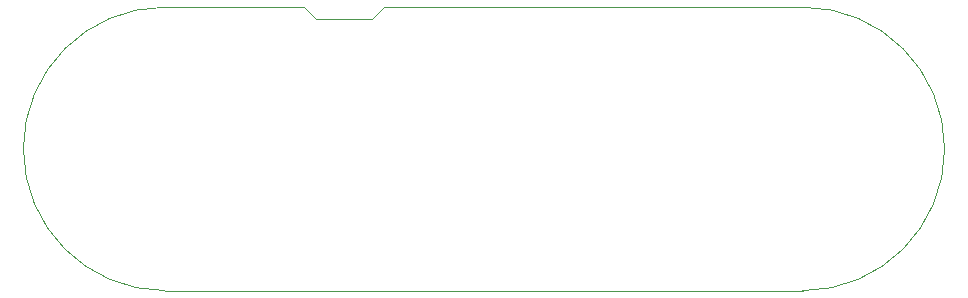
<source format=gbr>
%TF.GenerationSoftware,KiCad,Pcbnew,(5.99.0-1734-g575ad7128)*%
%TF.CreationDate,2020-06-02T15:09:08-04:00*%
%TF.ProjectId,DG376_KiCad,44473337-365f-44b6-9943-61642e6b6963,rev?*%
%TF.SameCoordinates,Original*%
%TF.FileFunction,Profile,NP*%
%FSLAX46Y46*%
G04 Gerber Fmt 4.6, Leading zero omitted, Abs format (unit mm)*
G04 Created by KiCad (PCBNEW (5.99.0-1734-g575ad7128)) date 2020-06-02 15:09:08*
%MOMM*%
%LPD*%
G01*
G04 APERTURE LIST*
%TA.AperFunction,Profile*%
%ADD10C,0.050000*%
%TD*%
G04 APERTURE END LIST*
D10*
X80000000Y-72000000D02*
G75*
G02*
X80000000Y-48000000I0J12000000D01*
G01*
X134000000Y-48000000D02*
G75*
G02*
X134000000Y-72000000I0J-12000000D01*
G01*
X80000000Y-72000000D02*
X134000000Y-72000000D01*
X98500000Y-48000000D02*
X134000000Y-48000000D01*
X97500000Y-49000000D02*
X98500000Y-48000000D01*
X92750000Y-49000000D02*
X97500000Y-49000000D01*
X91750000Y-48000000D02*
X80000000Y-48000000D01*
X92750000Y-49000000D02*
X91750000Y-48000000D01*
M02*

</source>
